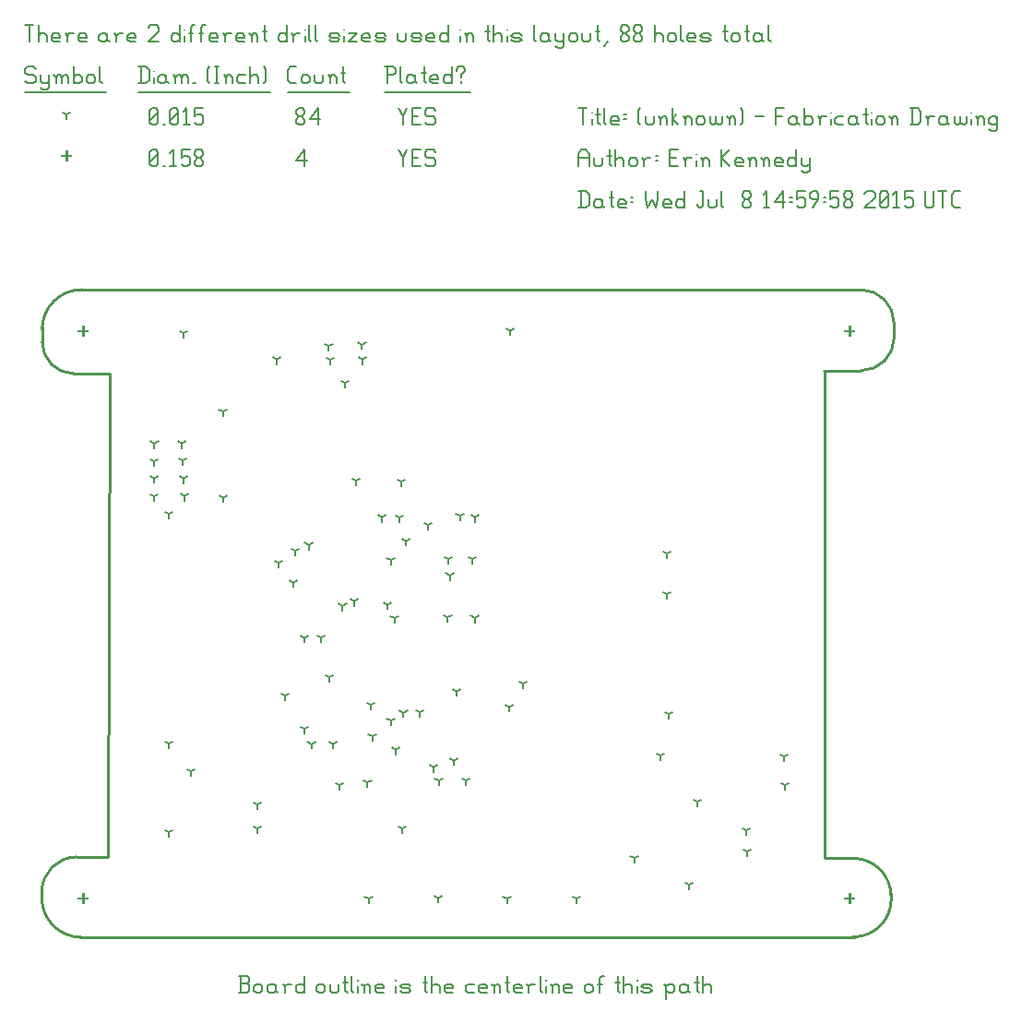
<source format=gbr>
G04 start of page 17 for group -3984 idx -3984 *
G04 Title: (unknown), fab *
G04 Creator: pcb 20140316 *
G04 CreationDate: Wed Jul  8 14:59:58 2015 UTC *
G04 For: frankenteddy *
G04 Format: Gerber/RS-274X *
G04 PCB-Dimensions (mil): 3270.00 2515.00 *
G04 PCB-Coordinate-Origin: lower left *
%MOIN*%
%FSLAX25Y25*%
%LNFAB*%
%ADD90C,0.0100*%
%ADD89C,0.0075*%
%ADD88C,0.0060*%
%ADD87R,0.0080X0.0080*%
G54D87*X21000Y231100D02*Y227900D01*
X19400Y229500D02*X22600D01*
X21000Y26100D02*Y22900D01*
X19400Y24500D02*X22600D01*
X298000Y231100D02*Y227900D01*
X296400Y229500D02*X299600D01*
X298000Y26100D02*Y22900D01*
X296400Y24500D02*X299600D01*
X15000Y294350D02*Y291150D01*
X13400Y292750D02*X16600D01*
G54D88*X135000Y295000D02*X136500Y292000D01*
X138000Y295000D01*
X136500Y292000D02*Y289000D01*
X139800Y292300D02*X142050D01*
X139800Y289000D02*X142800D01*
X139800Y295000D02*Y289000D01*
Y295000D02*X142800D01*
X147600D02*X148350Y294250D01*
X145350Y295000D02*X147600D01*
X144600Y294250D02*X145350Y295000D01*
X144600Y294250D02*Y292750D01*
X145350Y292000D01*
X147600D01*
X148350Y291250D01*
Y289750D01*
X147600Y289000D02*X148350Y289750D01*
X145350Y289000D02*X147600D01*
X144600Y289750D02*X145350Y289000D01*
X98000Y291250D02*X101000Y295000D01*
X98000Y291250D02*X101750D01*
X101000Y295000D02*Y289000D01*
X45000Y289750D02*X45750Y289000D01*
X45000Y294250D02*Y289750D01*
Y294250D02*X45750Y295000D01*
X47250D01*
X48000Y294250D01*
Y289750D01*
X47250Y289000D02*X48000Y289750D01*
X45750Y289000D02*X47250D01*
X45000Y290500D02*X48000Y293500D01*
X49800Y289000D02*X50550D01*
X52350Y293800D02*X53550Y295000D01*
Y289000D01*
X52350D02*X54600D01*
X56400Y295000D02*X59400D01*
X56400D02*Y292000D01*
X57150Y292750D01*
X58650D01*
X59400Y292000D01*
Y289750D01*
X58650Y289000D02*X59400Y289750D01*
X57150Y289000D02*X58650D01*
X56400Y289750D02*X57150Y289000D01*
X61200Y289750D02*X61950Y289000D01*
X61200Y290950D02*Y289750D01*
Y290950D02*X62250Y292000D01*
X63150D01*
X64200Y290950D01*
Y289750D01*
X63450Y289000D02*X64200Y289750D01*
X61950Y289000D02*X63450D01*
X61200Y293050D02*X62250Y292000D01*
X61200Y294250D02*Y293050D01*
Y294250D02*X61950Y295000D01*
X63450D01*
X64200Y294250D01*
Y293050D01*
X63150Y292000D02*X64200Y293050D01*
X175300Y229600D02*Y228000D01*
Y229600D02*X176687Y230400D01*
X175300Y229600D02*X173913Y230400D01*
X57300Y228700D02*Y227100D01*
Y228700D02*X58687Y229500D01*
X57300Y228700D02*X55913Y229500D01*
X115600Y210800D02*Y209200D01*
Y210800D02*X116987Y211600D01*
X115600Y210800D02*X114213Y211600D01*
X162450Y125850D02*Y124250D01*
Y125850D02*X163837Y126650D01*
X162450Y125850D02*X161063Y126650D01*
X152700Y126100D02*Y124500D01*
Y126100D02*X154087Y126900D01*
X152700Y126100D02*X151313Y126900D01*
X97500Y150100D02*Y148500D01*
Y150100D02*X98887Y150900D01*
X97500Y150100D02*X96113Y150900D01*
X135800Y175100D02*Y173500D01*
Y175100D02*X137187Y175900D01*
X135800Y175100D02*X134413Y175900D01*
X153000Y147000D02*Y145400D01*
Y147000D02*X154387Y147800D01*
X153000Y147000D02*X151613Y147800D01*
X161500Y147000D02*Y145400D01*
Y147000D02*X162887Y147800D01*
X161500Y147000D02*X160113Y147800D01*
X274200Y75800D02*Y74200D01*
Y75800D02*X275587Y76600D01*
X274200Y75800D02*X272813Y76600D01*
X232500Y91000D02*Y89400D01*
Y91000D02*X233887Y91800D01*
X232500Y91000D02*X231113Y91800D01*
X240000Y29500D02*Y27900D01*
Y29500D02*X241387Y30300D01*
X240000Y29500D02*X238613Y30300D01*
X52000Y48500D02*Y46900D01*
Y48500D02*X53387Y49300D01*
X52000Y48500D02*X50613Y49300D01*
X52000Y80500D02*Y78900D01*
Y80500D02*X53387Y81300D01*
X52000Y80500D02*X50613Y81300D01*
X52000Y163500D02*Y161900D01*
Y163500D02*X53387Y164300D01*
X52000Y163500D02*X50613Y164300D01*
X232000Y134500D02*Y132900D01*
Y134500D02*X233387Y135300D01*
X232000Y134500D02*X230613Y135300D01*
X232000Y149000D02*Y147400D01*
Y149000D02*X233387Y149800D01*
X232000Y149000D02*X230613Y149800D01*
X174900Y93600D02*Y92000D01*
Y93600D02*X176287Y94400D01*
X174900Y93600D02*X173513Y94400D01*
X180000Y102000D02*Y100400D01*
Y102000D02*X181387Y102800D01*
X180000Y102000D02*X178613Y102800D01*
X154800Y74300D02*Y72700D01*
Y74300D02*X156187Y75100D01*
X154800Y74300D02*X153413Y75100D01*
X155900Y99300D02*Y97700D01*
Y99300D02*X157287Y100100D01*
X155900Y99300D02*X154513Y100100D01*
X229500Y76000D02*Y74400D01*
Y76000D02*X230887Y76800D01*
X229500Y76000D02*X228113Y76800D01*
X125000Y94500D02*Y92900D01*
Y94500D02*X126387Y95300D01*
X125000Y94500D02*X123613Y95300D01*
X103400Y80300D02*Y78700D01*
Y80300D02*X104787Y81100D01*
X103400Y80300D02*X102013Y81100D01*
X220100Y39000D02*Y37400D01*
Y39000D02*X221487Y39800D01*
X220100Y39000D02*X218713Y39800D01*
X261000Y41500D02*Y39900D01*
Y41500D02*X262387Y42300D01*
X261000Y41500D02*X259613Y42300D01*
X109800Y104400D02*Y102800D01*
Y104400D02*X111187Y105200D01*
X109800Y104400D02*X108413Y105200D01*
X100900Y118600D02*Y117000D01*
Y118600D02*X102287Y119400D01*
X100900Y118600D02*X99513Y119400D01*
X107000Y118800D02*Y117200D01*
Y118800D02*X108387Y119600D01*
X107000Y118800D02*X105613Y119600D01*
X130900Y130600D02*Y129000D01*
Y130600D02*X132287Y131400D01*
X130900Y130600D02*X129513Y131400D01*
X133400Y125800D02*Y124200D01*
Y125800D02*X134787Y126600D01*
X133400Y125800D02*X132013Y126600D01*
X93900Y97800D02*Y96200D01*
Y97800D02*X95287Y98600D01*
X93900Y97800D02*X92513Y98600D01*
X135200Y162000D02*Y160400D01*
Y162000D02*X136587Y162800D01*
X135200Y162000D02*X133813Y162800D01*
X101000Y85700D02*Y84100D01*
Y85700D02*X102387Y86500D01*
X101000Y85700D02*X99613Y86500D01*
X128800Y162200D02*Y160600D01*
Y162200D02*X130187Y163000D01*
X128800Y162200D02*X127413Y163000D01*
X102400Y152200D02*Y150600D01*
Y152200D02*X103787Y153000D01*
X102400Y152200D02*X101013Y153000D01*
X83900Y49800D02*Y48200D01*
Y49800D02*X85287Y50600D01*
X83900Y49800D02*X82513Y50600D01*
X91600Y145700D02*Y144100D01*
Y145700D02*X92987Y146500D01*
X91600Y145700D02*X90213Y146500D01*
X83900Y58500D02*Y56900D01*
Y58500D02*X85287Y59300D01*
X83900Y58500D02*X82513Y59300D01*
X132100Y146800D02*Y145200D01*
Y146800D02*X133487Y147600D01*
X132100Y146800D02*X130713Y147600D01*
X137500Y153600D02*Y152000D01*
Y153600D02*X138887Y154400D01*
X137500Y153600D02*X136113Y154400D01*
X242800Y59500D02*Y57900D01*
Y59500D02*X244187Y60300D01*
X242800Y59500D02*X241413Y60300D01*
X260500Y49100D02*Y47500D01*
Y49100D02*X261887Y49900D01*
X260500Y49100D02*X259113Y49900D01*
X162500Y162200D02*Y160600D01*
Y162200D02*X163887Y163000D01*
X162500Y162200D02*X161113Y163000D01*
X56600Y188900D02*Y187300D01*
Y188900D02*X57987Y189700D01*
X56600Y188900D02*X55213Y189700D01*
X46700Y188900D02*Y187300D01*
Y188900D02*X48087Y189700D01*
X46700Y188900D02*X45313Y189700D01*
X46600Y182500D02*Y180900D01*
Y182500D02*X47987Y183300D01*
X46600Y182500D02*X45213Y183300D01*
X57000Y182700D02*Y181100D01*
Y182700D02*X58387Y183500D01*
X57000Y182700D02*X55613Y183500D01*
X157100Y162700D02*Y161100D01*
Y162700D02*X158487Y163500D01*
X157100Y162700D02*X155713Y163500D01*
X114700Y130200D02*Y128600D01*
Y130200D02*X116087Y131000D01*
X114700Y130200D02*X113313Y131000D01*
X46600Y169700D02*Y168100D01*
Y169700D02*X47987Y170500D01*
X46600Y169700D02*X45213Y170500D01*
X46500Y176300D02*Y174700D01*
Y176300D02*X47887Y177100D01*
X46500Y176300D02*X45113Y177100D01*
X57200Y176200D02*Y174600D01*
Y176200D02*X58587Y177000D01*
X57200Y176200D02*X55813Y177000D01*
X57500Y169900D02*Y168300D01*
Y169900D02*X58887Y170700D01*
X57500Y169900D02*X56113Y170700D01*
X119000Y131900D02*Y130300D01*
Y131900D02*X120387Y132700D01*
X119000Y131900D02*X117613Y132700D01*
X136700Y91600D02*Y90000D01*
Y91600D02*X138087Y92400D01*
X136700Y91600D02*X135313Y92400D01*
X132100Y88700D02*Y87100D01*
Y88700D02*X133487Y89500D01*
X132100Y88700D02*X130713Y89500D01*
X149400Y67100D02*Y65500D01*
Y67100D02*X150787Y67900D01*
X149400Y67100D02*X148013Y67900D01*
X147603Y71897D02*Y70297D01*
Y71897D02*X148990Y72697D01*
X147603Y71897D02*X146216Y72697D01*
X142500Y91800D02*Y90200D01*
Y91800D02*X143887Y92600D01*
X142500Y91800D02*X141113Y92600D01*
X123700Y66400D02*Y64800D01*
Y66400D02*X125087Y67200D01*
X123700Y66400D02*X122313Y67200D01*
X111200Y80300D02*Y78700D01*
Y80300D02*X112587Y81100D01*
X111200Y80300D02*X109813Y81100D01*
X125400Y83000D02*Y81400D01*
Y83000D02*X126787Y83800D01*
X125400Y83000D02*X124013Y83800D01*
X133800Y78200D02*Y76600D01*
Y78200D02*X135187Y79000D01*
X133800Y78200D02*X132413Y79000D01*
X159300Y67000D02*Y65400D01*
Y67000D02*X160687Y67800D01*
X159300Y67000D02*X157913Y67800D01*
X274500Y65500D02*Y63900D01*
Y65500D02*X275887Y66300D01*
X274500Y65500D02*X273113Y66300D01*
X119600Y175500D02*Y173900D01*
Y175500D02*X120987Y176300D01*
X119600Y175500D02*X118213Y176300D01*
X136300Y49800D02*Y48200D01*
Y49800D02*X137687Y50600D01*
X136300Y49800D02*X134913Y50600D01*
X113600Y65500D02*Y63900D01*
Y65500D02*X114987Y66300D01*
X113600Y65500D02*X112213Y66300D01*
X97000Y138600D02*Y137000D01*
Y138600D02*X98387Y139400D01*
X97000Y138600D02*X95613Y139400D01*
X199200Y24400D02*Y22800D01*
Y24400D02*X200587Y25200D01*
X199200Y24400D02*X197813Y25200D01*
X149200Y24600D02*Y23000D01*
Y24600D02*X150587Y25400D01*
X149200Y24600D02*X147813Y25400D01*
X124100Y24500D02*Y22900D01*
Y24500D02*X125487Y25300D01*
X124100Y24500D02*X122713Y25300D01*
X174100Y24500D02*Y22900D01*
Y24500D02*X175487Y25300D01*
X174100Y24500D02*X172713Y25300D01*
X145500Y159400D02*Y157800D01*
Y159400D02*X146887Y160200D01*
X145500Y159400D02*X144113Y160200D01*
X121800Y219200D02*Y217600D01*
Y219200D02*X123187Y220000D01*
X121800Y219200D02*X120413Y220000D01*
X110300Y219100D02*Y217500D01*
Y219100D02*X111687Y219900D01*
X110300Y219100D02*X108913Y219900D01*
X90800Y219200D02*Y217600D01*
Y219200D02*X92187Y220000D01*
X90800Y219200D02*X89413Y220000D01*
X59900Y70400D02*Y68800D01*
Y70400D02*X61287Y71200D01*
X59900Y70400D02*X58513Y71200D01*
X153400Y141200D02*Y139600D01*
Y141200D02*X154787Y142000D01*
X153400Y141200D02*X152013Y142000D01*
X121700Y224600D02*Y223000D01*
Y224600D02*X123087Y225400D01*
X121700Y224600D02*X120313Y225400D01*
X109700Y224000D02*Y222400D01*
Y224000D02*X111087Y224800D01*
X109700Y224000D02*X108313Y224800D01*
X71400Y200500D02*Y198900D01*
Y200500D02*X72787Y201300D01*
X71400Y200500D02*X70013Y201300D01*
X71500Y169300D02*Y167700D01*
Y169300D02*X72887Y170100D01*
X71500Y169300D02*X70113Y170100D01*
X15000Y307750D02*Y306150D01*
Y307750D02*X16387Y308550D01*
X15000Y307750D02*X13613Y308550D01*
X135000Y310000D02*X136500Y307000D01*
X138000Y310000D01*
X136500Y307000D02*Y304000D01*
X139800Y307300D02*X142050D01*
X139800Y304000D02*X142800D01*
X139800Y310000D02*Y304000D01*
Y310000D02*X142800D01*
X147600D02*X148350Y309250D01*
X145350Y310000D02*X147600D01*
X144600Y309250D02*X145350Y310000D01*
X144600Y309250D02*Y307750D01*
X145350Y307000D01*
X147600D01*
X148350Y306250D01*
Y304750D01*
X147600Y304000D02*X148350Y304750D01*
X145350Y304000D02*X147600D01*
X144600Y304750D02*X145350Y304000D01*
X98000Y304750D02*X98750Y304000D01*
X98000Y305950D02*Y304750D01*
Y305950D02*X99050Y307000D01*
X99950D01*
X101000Y305950D01*
Y304750D01*
X100250Y304000D02*X101000Y304750D01*
X98750Y304000D02*X100250D01*
X98000Y308050D02*X99050Y307000D01*
X98000Y309250D02*Y308050D01*
Y309250D02*X98750Y310000D01*
X100250D01*
X101000Y309250D01*
Y308050D01*
X99950Y307000D02*X101000Y308050D01*
X102800Y306250D02*X105800Y310000D01*
X102800Y306250D02*X106550D01*
X105800Y310000D02*Y304000D01*
X45000Y304750D02*X45750Y304000D01*
X45000Y309250D02*Y304750D01*
Y309250D02*X45750Y310000D01*
X47250D01*
X48000Y309250D01*
Y304750D01*
X47250Y304000D02*X48000Y304750D01*
X45750Y304000D02*X47250D01*
X45000Y305500D02*X48000Y308500D01*
X49800Y304000D02*X50550D01*
X52350Y304750D02*X53100Y304000D01*
X52350Y309250D02*Y304750D01*
Y309250D02*X53100Y310000D01*
X54600D01*
X55350Y309250D01*
Y304750D01*
X54600Y304000D02*X55350Y304750D01*
X53100Y304000D02*X54600D01*
X52350Y305500D02*X55350Y308500D01*
X57150Y308800D02*X58350Y310000D01*
Y304000D01*
X57150D02*X59400D01*
X61200Y310000D02*X64200D01*
X61200D02*Y307000D01*
X61950Y307750D01*
X63450D01*
X64200Y307000D01*
Y304750D01*
X63450Y304000D02*X64200Y304750D01*
X61950Y304000D02*X63450D01*
X61200Y304750D02*X61950Y304000D01*
X3000Y325000D02*X3750Y324250D01*
X750Y325000D02*X3000D01*
X0Y324250D02*X750Y325000D01*
X0Y324250D02*Y322750D01*
X750Y322000D01*
X3000D01*
X3750Y321250D01*
Y319750D01*
X3000Y319000D02*X3750Y319750D01*
X750Y319000D02*X3000D01*
X0Y319750D02*X750Y319000D01*
X5550Y322000D02*Y319750D01*
X6300Y319000D01*
X8550Y322000D02*Y317500D01*
X7800Y316750D02*X8550Y317500D01*
X6300Y316750D02*X7800D01*
X5550Y317500D02*X6300Y316750D01*
Y319000D02*X7800D01*
X8550Y319750D01*
X11100Y321250D02*Y319000D01*
Y321250D02*X11850Y322000D01*
X12600D01*
X13350Y321250D01*
Y319000D01*
Y321250D02*X14100Y322000D01*
X14850D01*
X15600Y321250D01*
Y319000D01*
X10350Y322000D02*X11100Y321250D01*
X17400Y325000D02*Y319000D01*
Y319750D02*X18150Y319000D01*
X19650D01*
X20400Y319750D01*
Y321250D02*Y319750D01*
X19650Y322000D02*X20400Y321250D01*
X18150Y322000D02*X19650D01*
X17400Y321250D02*X18150Y322000D01*
X22200Y321250D02*Y319750D01*
Y321250D02*X22950Y322000D01*
X24450D01*
X25200Y321250D01*
Y319750D01*
X24450Y319000D02*X25200Y319750D01*
X22950Y319000D02*X24450D01*
X22200Y319750D02*X22950Y319000D01*
X27000Y325000D02*Y319750D01*
X27750Y319000D01*
X0Y315750D02*X29250D01*
X41750Y325000D02*Y319000D01*
X43700Y325000D02*X44750Y323950D01*
Y320050D01*
X43700Y319000D02*X44750Y320050D01*
X41000Y319000D02*X43700D01*
X41000Y325000D02*X43700D01*
G54D89*X46550Y323500D02*Y323350D01*
G54D88*Y321250D02*Y319000D01*
X50300Y322000D02*X51050Y321250D01*
X48800Y322000D02*X50300D01*
X48050Y321250D02*X48800Y322000D01*
X48050Y321250D02*Y319750D01*
X48800Y319000D01*
X51050Y322000D02*Y319750D01*
X51800Y319000D01*
X48800D02*X50300D01*
X51050Y319750D01*
X54350Y321250D02*Y319000D01*
Y321250D02*X55100Y322000D01*
X55850D01*
X56600Y321250D01*
Y319000D01*
Y321250D02*X57350Y322000D01*
X58100D01*
X58850Y321250D01*
Y319000D01*
X53600Y322000D02*X54350Y321250D01*
X60650Y319000D02*X61400D01*
X65900Y319750D02*X66650Y319000D01*
X65900Y324250D02*X66650Y325000D01*
X65900Y324250D02*Y319750D01*
X68450Y325000D02*X69950D01*
X69200D02*Y319000D01*
X68450D02*X69950D01*
X72500Y321250D02*Y319000D01*
Y321250D02*X73250Y322000D01*
X74000D01*
X74750Y321250D01*
Y319000D01*
X71750Y322000D02*X72500Y321250D01*
X77300Y322000D02*X79550D01*
X76550Y321250D02*X77300Y322000D01*
X76550Y321250D02*Y319750D01*
X77300Y319000D01*
X79550D01*
X81350Y325000D02*Y319000D01*
Y321250D02*X82100Y322000D01*
X83600D01*
X84350Y321250D01*
Y319000D01*
X86150Y325000D02*X86900Y324250D01*
Y319750D01*
X86150Y319000D02*X86900Y319750D01*
X41000Y315750D02*X88700D01*
X96050Y319000D02*X98000D01*
X95000Y320050D02*X96050Y319000D01*
X95000Y323950D02*Y320050D01*
Y323950D02*X96050Y325000D01*
X98000D01*
X99800Y321250D02*Y319750D01*
Y321250D02*X100550Y322000D01*
X102050D01*
X102800Y321250D01*
Y319750D01*
X102050Y319000D02*X102800Y319750D01*
X100550Y319000D02*X102050D01*
X99800Y319750D02*X100550Y319000D01*
X104600Y322000D02*Y319750D01*
X105350Y319000D01*
X106850D01*
X107600Y319750D01*
Y322000D02*Y319750D01*
X110150Y321250D02*Y319000D01*
Y321250D02*X110900Y322000D01*
X111650D01*
X112400Y321250D01*
Y319000D01*
X109400Y322000D02*X110150Y321250D01*
X114950Y325000D02*Y319750D01*
X115700Y319000D01*
X114200Y322750D02*X115700D01*
X95000Y315750D02*X117200D01*
X130750Y325000D02*Y319000D01*
X130000Y325000D02*X133000D01*
X133750Y324250D01*
Y322750D01*
X133000Y322000D02*X133750Y322750D01*
X130750Y322000D02*X133000D01*
X135550Y325000D02*Y319750D01*
X136300Y319000D01*
X140050Y322000D02*X140800Y321250D01*
X138550Y322000D02*X140050D01*
X137800Y321250D02*X138550Y322000D01*
X137800Y321250D02*Y319750D01*
X138550Y319000D01*
X140800Y322000D02*Y319750D01*
X141550Y319000D01*
X138550D02*X140050D01*
X140800Y319750D01*
X144100Y325000D02*Y319750D01*
X144850Y319000D01*
X143350Y322750D02*X144850D01*
X147100Y319000D02*X149350D01*
X146350Y319750D02*X147100Y319000D01*
X146350Y321250D02*Y319750D01*
Y321250D02*X147100Y322000D01*
X148600D01*
X149350Y321250D01*
X146350Y320500D02*X149350D01*
Y321250D02*Y320500D01*
X154150Y325000D02*Y319000D01*
X153400D02*X154150Y319750D01*
X151900Y319000D02*X153400D01*
X151150Y319750D02*X151900Y319000D01*
X151150Y321250D02*Y319750D01*
Y321250D02*X151900Y322000D01*
X153400D01*
X154150Y321250D01*
X157450Y322000D02*Y321250D01*
Y319750D02*Y319000D01*
X155950Y324250D02*Y323500D01*
Y324250D02*X156700Y325000D01*
X158200D01*
X158950Y324250D01*
Y323500D01*
X157450Y322000D02*X158950Y323500D01*
X130000Y315750D02*X160750D01*
X0Y340000D02*X3000D01*
X1500D02*Y334000D01*
X4800Y340000D02*Y334000D01*
Y336250D02*X5550Y337000D01*
X7050D01*
X7800Y336250D01*
Y334000D01*
X10350D02*X12600D01*
X9600Y334750D02*X10350Y334000D01*
X9600Y336250D02*Y334750D01*
Y336250D02*X10350Y337000D01*
X11850D01*
X12600Y336250D01*
X9600Y335500D02*X12600D01*
Y336250D02*Y335500D01*
X15150Y336250D02*Y334000D01*
Y336250D02*X15900Y337000D01*
X17400D01*
X14400D02*X15150Y336250D01*
X19950Y334000D02*X22200D01*
X19200Y334750D02*X19950Y334000D01*
X19200Y336250D02*Y334750D01*
Y336250D02*X19950Y337000D01*
X21450D01*
X22200Y336250D01*
X19200Y335500D02*X22200D01*
Y336250D02*Y335500D01*
X28950Y337000D02*X29700Y336250D01*
X27450Y337000D02*X28950D01*
X26700Y336250D02*X27450Y337000D01*
X26700Y336250D02*Y334750D01*
X27450Y334000D01*
X29700Y337000D02*Y334750D01*
X30450Y334000D01*
X27450D02*X28950D01*
X29700Y334750D01*
X33000Y336250D02*Y334000D01*
Y336250D02*X33750Y337000D01*
X35250D01*
X32250D02*X33000Y336250D01*
X37800Y334000D02*X40050D01*
X37050Y334750D02*X37800Y334000D01*
X37050Y336250D02*Y334750D01*
Y336250D02*X37800Y337000D01*
X39300D01*
X40050Y336250D01*
X37050Y335500D02*X40050D01*
Y336250D02*Y335500D01*
X44550Y339250D02*X45300Y340000D01*
X47550D01*
X48300Y339250D01*
Y337750D01*
X44550Y334000D02*X48300Y337750D01*
X44550Y334000D02*X48300D01*
X55800Y340000D02*Y334000D01*
X55050D02*X55800Y334750D01*
X53550Y334000D02*X55050D01*
X52800Y334750D02*X53550Y334000D01*
X52800Y336250D02*Y334750D01*
Y336250D02*X53550Y337000D01*
X55050D01*
X55800Y336250D01*
G54D89*X57600Y338500D02*Y338350D01*
G54D88*Y336250D02*Y334000D01*
X59850Y339250D02*Y334000D01*
Y339250D02*X60600Y340000D01*
X61350D01*
X59100Y337000D02*X60600D01*
X63600Y339250D02*Y334000D01*
Y339250D02*X64350Y340000D01*
X65100D01*
X62850Y337000D02*X64350D01*
X67350Y334000D02*X69600D01*
X66600Y334750D02*X67350Y334000D01*
X66600Y336250D02*Y334750D01*
Y336250D02*X67350Y337000D01*
X68850D01*
X69600Y336250D01*
X66600Y335500D02*X69600D01*
Y336250D02*Y335500D01*
X72150Y336250D02*Y334000D01*
Y336250D02*X72900Y337000D01*
X74400D01*
X71400D02*X72150Y336250D01*
X76950Y334000D02*X79200D01*
X76200Y334750D02*X76950Y334000D01*
X76200Y336250D02*Y334750D01*
Y336250D02*X76950Y337000D01*
X78450D01*
X79200Y336250D01*
X76200Y335500D02*X79200D01*
Y336250D02*Y335500D01*
X81750Y336250D02*Y334000D01*
Y336250D02*X82500Y337000D01*
X83250D01*
X84000Y336250D01*
Y334000D01*
X81000Y337000D02*X81750Y336250D01*
X86550Y340000D02*Y334750D01*
X87300Y334000D01*
X85800Y337750D02*X87300D01*
X94500Y340000D02*Y334000D01*
X93750D02*X94500Y334750D01*
X92250Y334000D02*X93750D01*
X91500Y334750D02*X92250Y334000D01*
X91500Y336250D02*Y334750D01*
Y336250D02*X92250Y337000D01*
X93750D01*
X94500Y336250D01*
X97050D02*Y334000D01*
Y336250D02*X97800Y337000D01*
X99300D01*
X96300D02*X97050Y336250D01*
G54D89*X101100Y338500D02*Y338350D01*
G54D88*Y336250D02*Y334000D01*
X102600Y340000D02*Y334750D01*
X103350Y334000D01*
X104850Y340000D02*Y334750D01*
X105600Y334000D01*
X110550D02*X112800D01*
X113550Y334750D01*
X112800Y335500D02*X113550Y334750D01*
X110550Y335500D02*X112800D01*
X109800Y336250D02*X110550Y335500D01*
X109800Y336250D02*X110550Y337000D01*
X112800D01*
X113550Y336250D01*
X109800Y334750D02*X110550Y334000D01*
G54D89*X115350Y338500D02*Y338350D01*
G54D88*Y336250D02*Y334000D01*
X116850Y337000D02*X119850D01*
X116850Y334000D02*X119850Y337000D01*
X116850Y334000D02*X119850D01*
X122400D02*X124650D01*
X121650Y334750D02*X122400Y334000D01*
X121650Y336250D02*Y334750D01*
Y336250D02*X122400Y337000D01*
X123900D01*
X124650Y336250D01*
X121650Y335500D02*X124650D01*
Y336250D02*Y335500D01*
X127200Y334000D02*X129450D01*
X130200Y334750D01*
X129450Y335500D02*X130200Y334750D01*
X127200Y335500D02*X129450D01*
X126450Y336250D02*X127200Y335500D01*
X126450Y336250D02*X127200Y337000D01*
X129450D01*
X130200Y336250D01*
X126450Y334750D02*X127200Y334000D01*
X134700Y337000D02*Y334750D01*
X135450Y334000D01*
X136950D01*
X137700Y334750D01*
Y337000D02*Y334750D01*
X140250Y334000D02*X142500D01*
X143250Y334750D01*
X142500Y335500D02*X143250Y334750D01*
X140250Y335500D02*X142500D01*
X139500Y336250D02*X140250Y335500D01*
X139500Y336250D02*X140250Y337000D01*
X142500D01*
X143250Y336250D01*
X139500Y334750D02*X140250Y334000D01*
X145800D02*X148050D01*
X145050Y334750D02*X145800Y334000D01*
X145050Y336250D02*Y334750D01*
Y336250D02*X145800Y337000D01*
X147300D01*
X148050Y336250D01*
X145050Y335500D02*X148050D01*
Y336250D02*Y335500D01*
X152850Y340000D02*Y334000D01*
X152100D02*X152850Y334750D01*
X150600Y334000D02*X152100D01*
X149850Y334750D02*X150600Y334000D01*
X149850Y336250D02*Y334750D01*
Y336250D02*X150600Y337000D01*
X152100D01*
X152850Y336250D01*
G54D89*X157350Y338500D02*Y338350D01*
G54D88*Y336250D02*Y334000D01*
X159600Y336250D02*Y334000D01*
Y336250D02*X160350Y337000D01*
X161100D01*
X161850Y336250D01*
Y334000D01*
X158850Y337000D02*X159600Y336250D01*
X167100Y340000D02*Y334750D01*
X167850Y334000D01*
X166350Y337750D02*X167850D01*
X169350Y340000D02*Y334000D01*
Y336250D02*X170100Y337000D01*
X171600D01*
X172350Y336250D01*
Y334000D01*
G54D89*X174150Y338500D02*Y338350D01*
G54D88*Y336250D02*Y334000D01*
X176400D02*X178650D01*
X179400Y334750D01*
X178650Y335500D02*X179400Y334750D01*
X176400Y335500D02*X178650D01*
X175650Y336250D02*X176400Y335500D01*
X175650Y336250D02*X176400Y337000D01*
X178650D01*
X179400Y336250D01*
X175650Y334750D02*X176400Y334000D01*
X183900Y340000D02*Y334750D01*
X184650Y334000D01*
X188400Y337000D02*X189150Y336250D01*
X186900Y337000D02*X188400D01*
X186150Y336250D02*X186900Y337000D01*
X186150Y336250D02*Y334750D01*
X186900Y334000D01*
X189150Y337000D02*Y334750D01*
X189900Y334000D01*
X186900D02*X188400D01*
X189150Y334750D01*
X191700Y337000D02*Y334750D01*
X192450Y334000D01*
X194700Y337000D02*Y332500D01*
X193950Y331750D02*X194700Y332500D01*
X192450Y331750D02*X193950D01*
X191700Y332500D02*X192450Y331750D01*
Y334000D02*X193950D01*
X194700Y334750D01*
X196500Y336250D02*Y334750D01*
Y336250D02*X197250Y337000D01*
X198750D01*
X199500Y336250D01*
Y334750D01*
X198750Y334000D02*X199500Y334750D01*
X197250Y334000D02*X198750D01*
X196500Y334750D02*X197250Y334000D01*
X201300Y337000D02*Y334750D01*
X202050Y334000D01*
X203550D01*
X204300Y334750D01*
Y337000D02*Y334750D01*
X206850Y340000D02*Y334750D01*
X207600Y334000D01*
X206100Y337750D02*X207600D01*
X209100Y332500D02*X210600Y334000D01*
X215100Y334750D02*X215850Y334000D01*
X215100Y335950D02*Y334750D01*
Y335950D02*X216150Y337000D01*
X217050D01*
X218100Y335950D01*
Y334750D01*
X217350Y334000D02*X218100Y334750D01*
X215850Y334000D02*X217350D01*
X215100Y338050D02*X216150Y337000D01*
X215100Y339250D02*Y338050D01*
Y339250D02*X215850Y340000D01*
X217350D01*
X218100Y339250D01*
Y338050D01*
X217050Y337000D02*X218100Y338050D01*
X219900Y334750D02*X220650Y334000D01*
X219900Y335950D02*Y334750D01*
Y335950D02*X220950Y337000D01*
X221850D01*
X222900Y335950D01*
Y334750D01*
X222150Y334000D02*X222900Y334750D01*
X220650Y334000D02*X222150D01*
X219900Y338050D02*X220950Y337000D01*
X219900Y339250D02*Y338050D01*
Y339250D02*X220650Y340000D01*
X222150D01*
X222900Y339250D01*
Y338050D01*
X221850Y337000D02*X222900Y338050D01*
X227400Y340000D02*Y334000D01*
Y336250D02*X228150Y337000D01*
X229650D01*
X230400Y336250D01*
Y334000D01*
X232200Y336250D02*Y334750D01*
Y336250D02*X232950Y337000D01*
X234450D01*
X235200Y336250D01*
Y334750D01*
X234450Y334000D02*X235200Y334750D01*
X232950Y334000D02*X234450D01*
X232200Y334750D02*X232950Y334000D01*
X237000Y340000D02*Y334750D01*
X237750Y334000D01*
X240000D02*X242250D01*
X239250Y334750D02*X240000Y334000D01*
X239250Y336250D02*Y334750D01*
Y336250D02*X240000Y337000D01*
X241500D01*
X242250Y336250D01*
X239250Y335500D02*X242250D01*
Y336250D02*Y335500D01*
X244800Y334000D02*X247050D01*
X247800Y334750D01*
X247050Y335500D02*X247800Y334750D01*
X244800Y335500D02*X247050D01*
X244050Y336250D02*X244800Y335500D01*
X244050Y336250D02*X244800Y337000D01*
X247050D01*
X247800Y336250D01*
X244050Y334750D02*X244800Y334000D01*
X253050Y340000D02*Y334750D01*
X253800Y334000D01*
X252300Y337750D02*X253800D01*
X255300Y336250D02*Y334750D01*
Y336250D02*X256050Y337000D01*
X257550D01*
X258300Y336250D01*
Y334750D01*
X257550Y334000D02*X258300Y334750D01*
X256050Y334000D02*X257550D01*
X255300Y334750D02*X256050Y334000D01*
X260850Y340000D02*Y334750D01*
X261600Y334000D01*
X260100Y337750D02*X261600D01*
X265350Y337000D02*X266100Y336250D01*
X263850Y337000D02*X265350D01*
X263100Y336250D02*X263850Y337000D01*
X263100Y336250D02*Y334750D01*
X263850Y334000D01*
X266100Y337000D02*Y334750D01*
X266850Y334000D01*
X263850D02*X265350D01*
X266100Y334750D01*
X268650Y340000D02*Y334750D01*
X269400Y334000D01*
G54D90*X20000Y244500D02*X302500D01*
X300000Y10500D02*X19500D01*
X30000Y39500D02*X30400Y214100D01*
X18500Y39500D02*X30000D01*
X30400Y214100D02*X17200D01*
X6000Y27000D02*Y24500D01*
X6100Y231000D02*Y225500D01*
X314000Y232500D02*Y227000D01*
X313000Y24000D02*Y26500D01*
X289000Y39102D02*Y215100D01*
X301900D02*X288700D01*
X299500Y39000D02*X289200Y39100D01*
X20500Y244500D02*G75*G03X6100Y230100I0J-14400D01*G01*
X17700Y214100D02*G75*G02X6100Y225700I0J11600D01*G01*
X301900Y244500D02*G75*G02X314000Y232400I0J-12100D01*G01*
X314100Y227300D02*G75*G02X302000Y215200I-12100J0D01*G01*
X299300Y39000D02*G75*G02X312900Y25400I0J-13600D01*G01*
X313000Y24300D02*G75*G02X299300Y10600I-13700J0D01*G01*
X18600Y39500D02*G75*G03X6000Y26900I0J-12600D01*G01*
Y24700D02*G75*G03X20200Y10500I14200J0D01*G01*
G54D88*X77175Y-9500D02*X80175D01*
X80925Y-8750D01*
Y-6950D02*Y-8750D01*
X80175Y-6200D02*X80925Y-6950D01*
X77925Y-6200D02*X80175D01*
X77925Y-3500D02*Y-9500D01*
X77175Y-3500D02*X80175D01*
X80925Y-4250D01*
Y-5450D01*
X80175Y-6200D02*X80925Y-5450D01*
X82725Y-7250D02*Y-8750D01*
Y-7250D02*X83475Y-6500D01*
X84975D01*
X85725Y-7250D01*
Y-8750D01*
X84975Y-9500D02*X85725Y-8750D01*
X83475Y-9500D02*X84975D01*
X82725Y-8750D02*X83475Y-9500D01*
X89775Y-6500D02*X90525Y-7250D01*
X88275Y-6500D02*X89775D01*
X87525Y-7250D02*X88275Y-6500D01*
X87525Y-7250D02*Y-8750D01*
X88275Y-9500D01*
X90525Y-6500D02*Y-8750D01*
X91275Y-9500D01*
X88275D02*X89775D01*
X90525Y-8750D01*
X93825Y-7250D02*Y-9500D01*
Y-7250D02*X94575Y-6500D01*
X96075D01*
X93075D02*X93825Y-7250D01*
X100875Y-3500D02*Y-9500D01*
X100125D02*X100875Y-8750D01*
X98625Y-9500D02*X100125D01*
X97875Y-8750D02*X98625Y-9500D01*
X97875Y-7250D02*Y-8750D01*
Y-7250D02*X98625Y-6500D01*
X100125D01*
X100875Y-7250D01*
X105375D02*Y-8750D01*
Y-7250D02*X106125Y-6500D01*
X107625D01*
X108375Y-7250D01*
Y-8750D01*
X107625Y-9500D02*X108375Y-8750D01*
X106125Y-9500D02*X107625D01*
X105375Y-8750D02*X106125Y-9500D01*
X110175Y-6500D02*Y-8750D01*
X110925Y-9500D01*
X112425D01*
X113175Y-8750D01*
Y-6500D02*Y-8750D01*
X115725Y-3500D02*Y-8750D01*
X116475Y-9500D01*
X114975Y-5750D02*X116475D01*
X117975Y-3500D02*Y-8750D01*
X118725Y-9500D01*
G54D89*X120225Y-5000D02*Y-5150D01*
G54D88*Y-7250D02*Y-9500D01*
X122475Y-7250D02*Y-9500D01*
Y-7250D02*X123225Y-6500D01*
X123975D01*
X124725Y-7250D01*
Y-9500D01*
X121725Y-6500D02*X122475Y-7250D01*
X127275Y-9500D02*X129525D01*
X126525Y-8750D02*X127275Y-9500D01*
X126525Y-7250D02*Y-8750D01*
Y-7250D02*X127275Y-6500D01*
X128775D01*
X129525Y-7250D01*
X126525Y-8000D02*X129525D01*
Y-7250D02*Y-8000D01*
G54D89*X134025Y-5000D02*Y-5150D01*
G54D88*Y-7250D02*Y-9500D01*
X136275D02*X138525D01*
X139275Y-8750D01*
X138525Y-8000D02*X139275Y-8750D01*
X136275Y-8000D02*X138525D01*
X135525Y-7250D02*X136275Y-8000D01*
X135525Y-7250D02*X136275Y-6500D01*
X138525D01*
X139275Y-7250D01*
X135525Y-8750D02*X136275Y-9500D01*
X144525Y-3500D02*Y-8750D01*
X145275Y-9500D01*
X143775Y-5750D02*X145275D01*
X146775Y-3500D02*Y-9500D01*
Y-7250D02*X147525Y-6500D01*
X149025D01*
X149775Y-7250D01*
Y-9500D01*
X152325D02*X154575D01*
X151575Y-8750D02*X152325Y-9500D01*
X151575Y-7250D02*Y-8750D01*
Y-7250D02*X152325Y-6500D01*
X153825D01*
X154575Y-7250D01*
X151575Y-8000D02*X154575D01*
Y-7250D02*Y-8000D01*
X159825Y-6500D02*X162075D01*
X159075Y-7250D02*X159825Y-6500D01*
X159075Y-7250D02*Y-8750D01*
X159825Y-9500D01*
X162075D01*
X164625D02*X166875D01*
X163875Y-8750D02*X164625Y-9500D01*
X163875Y-7250D02*Y-8750D01*
Y-7250D02*X164625Y-6500D01*
X166125D01*
X166875Y-7250D01*
X163875Y-8000D02*X166875D01*
Y-7250D02*Y-8000D01*
X169425Y-7250D02*Y-9500D01*
Y-7250D02*X170175Y-6500D01*
X170925D01*
X171675Y-7250D01*
Y-9500D01*
X168675Y-6500D02*X169425Y-7250D01*
X174225Y-3500D02*Y-8750D01*
X174975Y-9500D01*
X173475Y-5750D02*X174975D01*
X177225Y-9500D02*X179475D01*
X176475Y-8750D02*X177225Y-9500D01*
X176475Y-7250D02*Y-8750D01*
Y-7250D02*X177225Y-6500D01*
X178725D01*
X179475Y-7250D01*
X176475Y-8000D02*X179475D01*
Y-7250D02*Y-8000D01*
X182025Y-7250D02*Y-9500D01*
Y-7250D02*X182775Y-6500D01*
X184275D01*
X181275D02*X182025Y-7250D01*
X186075Y-3500D02*Y-8750D01*
X186825Y-9500D01*
G54D89*X188325Y-5000D02*Y-5150D01*
G54D88*Y-7250D02*Y-9500D01*
X190575Y-7250D02*Y-9500D01*
Y-7250D02*X191325Y-6500D01*
X192075D01*
X192825Y-7250D01*
Y-9500D01*
X189825Y-6500D02*X190575Y-7250D01*
X195375Y-9500D02*X197625D01*
X194625Y-8750D02*X195375Y-9500D01*
X194625Y-7250D02*Y-8750D01*
Y-7250D02*X195375Y-6500D01*
X196875D01*
X197625Y-7250D01*
X194625Y-8000D02*X197625D01*
Y-7250D02*Y-8000D01*
X202125Y-7250D02*Y-8750D01*
Y-7250D02*X202875Y-6500D01*
X204375D01*
X205125Y-7250D01*
Y-8750D01*
X204375Y-9500D02*X205125Y-8750D01*
X202875Y-9500D02*X204375D01*
X202125Y-8750D02*X202875Y-9500D01*
X207675Y-4250D02*Y-9500D01*
Y-4250D02*X208425Y-3500D01*
X209175D01*
X206925Y-6500D02*X208425D01*
X214125Y-3500D02*Y-8750D01*
X214875Y-9500D01*
X213375Y-5750D02*X214875D01*
X216375Y-3500D02*Y-9500D01*
Y-7250D02*X217125Y-6500D01*
X218625D01*
X219375Y-7250D01*
Y-9500D01*
G54D89*X221175Y-5000D02*Y-5150D01*
G54D88*Y-7250D02*Y-9500D01*
X223425D02*X225675D01*
X226425Y-8750D01*
X225675Y-8000D02*X226425Y-8750D01*
X223425Y-8000D02*X225675D01*
X222675Y-7250D02*X223425Y-8000D01*
X222675Y-7250D02*X223425Y-6500D01*
X225675D01*
X226425Y-7250D01*
X222675Y-8750D02*X223425Y-9500D01*
X231675Y-7250D02*Y-11750D01*
X230925Y-6500D02*X231675Y-7250D01*
X232425Y-6500D01*
X233925D01*
X234675Y-7250D01*
Y-8750D01*
X233925Y-9500D02*X234675Y-8750D01*
X232425Y-9500D02*X233925D01*
X231675Y-8750D02*X232425Y-9500D01*
X238725Y-6500D02*X239475Y-7250D01*
X237225Y-6500D02*X238725D01*
X236475Y-7250D02*X237225Y-6500D01*
X236475Y-7250D02*Y-8750D01*
X237225Y-9500D01*
X239475Y-6500D02*Y-8750D01*
X240225Y-9500D01*
X237225D02*X238725D01*
X239475Y-8750D01*
X242775Y-3500D02*Y-8750D01*
X243525Y-9500D01*
X242025Y-5750D02*X243525D01*
X245025Y-3500D02*Y-9500D01*
Y-7250D02*X245775Y-6500D01*
X247275D01*
X248025Y-7250D01*
Y-9500D01*
X200750Y280000D02*Y274000D01*
X202700Y280000D02*X203750Y278950D01*
Y275050D01*
X202700Y274000D02*X203750Y275050D01*
X200000Y274000D02*X202700D01*
X200000Y280000D02*X202700D01*
X207800Y277000D02*X208550Y276250D01*
X206300Y277000D02*X207800D01*
X205550Y276250D02*X206300Y277000D01*
X205550Y276250D02*Y274750D01*
X206300Y274000D01*
X208550Y277000D02*Y274750D01*
X209300Y274000D01*
X206300D02*X207800D01*
X208550Y274750D01*
X211850Y280000D02*Y274750D01*
X212600Y274000D01*
X211100Y277750D02*X212600D01*
X214850Y274000D02*X217100D01*
X214100Y274750D02*X214850Y274000D01*
X214100Y276250D02*Y274750D01*
Y276250D02*X214850Y277000D01*
X216350D01*
X217100Y276250D01*
X214100Y275500D02*X217100D01*
Y276250D02*Y275500D01*
X218900Y277750D02*X219650D01*
X218900Y276250D02*X219650D01*
X224150Y280000D02*Y277000D01*
X224900Y274000D01*
X226400Y277000D01*
X227900Y274000D01*
X228650Y277000D01*
Y280000D02*Y277000D01*
X231200Y274000D02*X233450D01*
X230450Y274750D02*X231200Y274000D01*
X230450Y276250D02*Y274750D01*
Y276250D02*X231200Y277000D01*
X232700D01*
X233450Y276250D01*
X230450Y275500D02*X233450D01*
Y276250D02*Y275500D01*
X238250Y280000D02*Y274000D01*
X237500D02*X238250Y274750D01*
X236000Y274000D02*X237500D01*
X235250Y274750D02*X236000Y274000D01*
X235250Y276250D02*Y274750D01*
Y276250D02*X236000Y277000D01*
X237500D01*
X238250Y276250D01*
X243800Y280000D02*X245000D01*
Y274750D01*
X244250Y274000D02*X245000Y274750D01*
X243500Y274000D02*X244250D01*
X242750Y274750D02*X243500Y274000D01*
X242750Y275500D02*Y274750D01*
X246800Y277000D02*Y274750D01*
X247550Y274000D01*
X249050D01*
X249800Y274750D01*
Y277000D02*Y274750D01*
X251600Y280000D02*Y274750D01*
X252350Y274000D01*
X259250Y274750D02*X260000Y274000D01*
X259250Y275950D02*Y274750D01*
Y275950D02*X260300Y277000D01*
X261200D01*
X262250Y275950D01*
Y274750D01*
X261500Y274000D02*X262250Y274750D01*
X260000Y274000D02*X261500D01*
X259250Y278050D02*X260300Y277000D01*
X259250Y279250D02*Y278050D01*
Y279250D02*X260000Y280000D01*
X261500D01*
X262250Y279250D01*
Y278050D01*
X261200Y277000D02*X262250Y278050D01*
X266750Y278800D02*X267950Y280000D01*
Y274000D01*
X266750D02*X269000D01*
X270800Y276250D02*X273800Y280000D01*
X270800Y276250D02*X274550D01*
X273800Y280000D02*Y274000D01*
X276350Y277750D02*X277100D01*
X276350Y276250D02*X277100D01*
X278900Y280000D02*X281900D01*
X278900D02*Y277000D01*
X279650Y277750D01*
X281150D01*
X281900Y277000D01*
Y274750D01*
X281150Y274000D02*X281900Y274750D01*
X279650Y274000D02*X281150D01*
X278900Y274750D02*X279650Y274000D01*
X284450D02*X286700Y277000D01*
Y279250D02*Y277000D01*
X285950Y280000D02*X286700Y279250D01*
X284450Y280000D02*X285950D01*
X283700Y279250D02*X284450Y280000D01*
X283700Y279250D02*Y277750D01*
X284450Y277000D01*
X286700D01*
X288500Y277750D02*X289250D01*
X288500Y276250D02*X289250D01*
X291050Y280000D02*X294050D01*
X291050D02*Y277000D01*
X291800Y277750D01*
X293300D01*
X294050Y277000D01*
Y274750D01*
X293300Y274000D02*X294050Y274750D01*
X291800Y274000D02*X293300D01*
X291050Y274750D02*X291800Y274000D01*
X295850Y274750D02*X296600Y274000D01*
X295850Y275950D02*Y274750D01*
Y275950D02*X296900Y277000D01*
X297800D01*
X298850Y275950D01*
Y274750D01*
X298100Y274000D02*X298850Y274750D01*
X296600Y274000D02*X298100D01*
X295850Y278050D02*X296900Y277000D01*
X295850Y279250D02*Y278050D01*
Y279250D02*X296600Y280000D01*
X298100D01*
X298850Y279250D01*
Y278050D01*
X297800Y277000D02*X298850Y278050D01*
X303350Y279250D02*X304100Y280000D01*
X306350D01*
X307100Y279250D01*
Y277750D01*
X303350Y274000D02*X307100Y277750D01*
X303350Y274000D02*X307100D01*
X308900Y274750D02*X309650Y274000D01*
X308900Y279250D02*Y274750D01*
Y279250D02*X309650Y280000D01*
X311150D01*
X311900Y279250D01*
Y274750D01*
X311150Y274000D02*X311900Y274750D01*
X309650Y274000D02*X311150D01*
X308900Y275500D02*X311900Y278500D01*
X313700Y278800D02*X314900Y280000D01*
Y274000D01*
X313700D02*X315950D01*
X317750Y280000D02*X320750D01*
X317750D02*Y277000D01*
X318500Y277750D01*
X320000D01*
X320750Y277000D01*
Y274750D01*
X320000Y274000D02*X320750Y274750D01*
X318500Y274000D02*X320000D01*
X317750Y274750D02*X318500Y274000D01*
X325250Y280000D02*Y274750D01*
X326000Y274000D01*
X327500D01*
X328250Y274750D01*
Y280000D02*Y274750D01*
X330050Y280000D02*X333050D01*
X331550D02*Y274000D01*
X335900D02*X337850D01*
X334850Y275050D02*X335900Y274000D01*
X334850Y278950D02*Y275050D01*
Y278950D02*X335900Y280000D01*
X337850D01*
X200000Y293500D02*Y289000D01*
Y293500D02*X201050Y295000D01*
X202700D01*
X203750Y293500D01*
Y289000D01*
X200000Y292000D02*X203750D01*
X205550D02*Y289750D01*
X206300Y289000D01*
X207800D01*
X208550Y289750D01*
Y292000D02*Y289750D01*
X211100Y295000D02*Y289750D01*
X211850Y289000D01*
X210350Y292750D02*X211850D01*
X213350Y295000D02*Y289000D01*
Y291250D02*X214100Y292000D01*
X215600D01*
X216350Y291250D01*
Y289000D01*
X218150Y291250D02*Y289750D01*
Y291250D02*X218900Y292000D01*
X220400D01*
X221150Y291250D01*
Y289750D01*
X220400Y289000D02*X221150Y289750D01*
X218900Y289000D02*X220400D01*
X218150Y289750D02*X218900Y289000D01*
X223700Y291250D02*Y289000D01*
Y291250D02*X224450Y292000D01*
X225950D01*
X222950D02*X223700Y291250D01*
X227750Y292750D02*X228500D01*
X227750Y291250D02*X228500D01*
X233000Y292300D02*X235250D01*
X233000Y289000D02*X236000D01*
X233000Y295000D02*Y289000D01*
Y295000D02*X236000D01*
X238550Y291250D02*Y289000D01*
Y291250D02*X239300Y292000D01*
X240800D01*
X237800D02*X238550Y291250D01*
G54D89*X242600Y293500D02*Y293350D01*
G54D88*Y291250D02*Y289000D01*
X244850Y291250D02*Y289000D01*
Y291250D02*X245600Y292000D01*
X246350D01*
X247100Y291250D01*
Y289000D01*
X244100Y292000D02*X244850Y291250D01*
X251600Y295000D02*Y289000D01*
Y292000D02*X254600Y295000D01*
X251600Y292000D02*X254600Y289000D01*
X257150D02*X259400D01*
X256400Y289750D02*X257150Y289000D01*
X256400Y291250D02*Y289750D01*
Y291250D02*X257150Y292000D01*
X258650D01*
X259400Y291250D01*
X256400Y290500D02*X259400D01*
Y291250D02*Y290500D01*
X261950Y291250D02*Y289000D01*
Y291250D02*X262700Y292000D01*
X263450D01*
X264200Y291250D01*
Y289000D01*
X261200Y292000D02*X261950Y291250D01*
X266750D02*Y289000D01*
Y291250D02*X267500Y292000D01*
X268250D01*
X269000Y291250D01*
Y289000D01*
X266000Y292000D02*X266750Y291250D01*
X271550Y289000D02*X273800D01*
X270800Y289750D02*X271550Y289000D01*
X270800Y291250D02*Y289750D01*
Y291250D02*X271550Y292000D01*
X273050D01*
X273800Y291250D01*
X270800Y290500D02*X273800D01*
Y291250D02*Y290500D01*
X278600Y295000D02*Y289000D01*
X277850D02*X278600Y289750D01*
X276350Y289000D02*X277850D01*
X275600Y289750D02*X276350Y289000D01*
X275600Y291250D02*Y289750D01*
Y291250D02*X276350Y292000D01*
X277850D01*
X278600Y291250D01*
X280400Y292000D02*Y289750D01*
X281150Y289000D01*
X283400Y292000D02*Y287500D01*
X282650Y286750D02*X283400Y287500D01*
X281150Y286750D02*X282650D01*
X280400Y287500D02*X281150Y286750D01*
Y289000D02*X282650D01*
X283400Y289750D01*
X200000Y310000D02*X203000D01*
X201500D02*Y304000D01*
G54D89*X204800Y308500D02*Y308350D01*
G54D88*Y306250D02*Y304000D01*
X207050Y310000D02*Y304750D01*
X207800Y304000D01*
X206300Y307750D02*X207800D01*
X209300Y310000D02*Y304750D01*
X210050Y304000D01*
X212300D02*X214550D01*
X211550Y304750D02*X212300Y304000D01*
X211550Y306250D02*Y304750D01*
Y306250D02*X212300Y307000D01*
X213800D01*
X214550Y306250D01*
X211550Y305500D02*X214550D01*
Y306250D02*Y305500D01*
X216350Y307750D02*X217100D01*
X216350Y306250D02*X217100D01*
X221600Y304750D02*X222350Y304000D01*
X221600Y309250D02*X222350Y310000D01*
X221600Y309250D02*Y304750D01*
X224150Y307000D02*Y304750D01*
X224900Y304000D01*
X226400D01*
X227150Y304750D01*
Y307000D02*Y304750D01*
X229700Y306250D02*Y304000D01*
Y306250D02*X230450Y307000D01*
X231200D01*
X231950Y306250D01*
Y304000D01*
X228950Y307000D02*X229700Y306250D01*
X233750Y310000D02*Y304000D01*
Y306250D02*X236000Y304000D01*
X233750Y306250D02*X235250Y307750D01*
X238550Y306250D02*Y304000D01*
Y306250D02*X239300Y307000D01*
X240050D01*
X240800Y306250D01*
Y304000D01*
X237800Y307000D02*X238550Y306250D01*
X242600D02*Y304750D01*
Y306250D02*X243350Y307000D01*
X244850D01*
X245600Y306250D01*
Y304750D01*
X244850Y304000D02*X245600Y304750D01*
X243350Y304000D02*X244850D01*
X242600Y304750D02*X243350Y304000D01*
X247400Y307000D02*Y304750D01*
X248150Y304000D01*
X248900D01*
X249650Y304750D01*
Y307000D02*Y304750D01*
X250400Y304000D01*
X251150D01*
X251900Y304750D01*
Y307000D02*Y304750D01*
X254450Y306250D02*Y304000D01*
Y306250D02*X255200Y307000D01*
X255950D01*
X256700Y306250D01*
Y304000D01*
X253700Y307000D02*X254450Y306250D01*
X258500Y310000D02*X259250Y309250D01*
Y304750D01*
X258500Y304000D02*X259250Y304750D01*
X263750Y307000D02*X266750D01*
X271250Y310000D02*Y304000D01*
Y310000D02*X274250D01*
X271250Y307300D02*X273500D01*
X278300Y307000D02*X279050Y306250D01*
X276800Y307000D02*X278300D01*
X276050Y306250D02*X276800Y307000D01*
X276050Y306250D02*Y304750D01*
X276800Y304000D01*
X279050Y307000D02*Y304750D01*
X279800Y304000D01*
X276800D02*X278300D01*
X279050Y304750D01*
X281600Y310000D02*Y304000D01*
Y304750D02*X282350Y304000D01*
X283850D01*
X284600Y304750D01*
Y306250D02*Y304750D01*
X283850Y307000D02*X284600Y306250D01*
X282350Y307000D02*X283850D01*
X281600Y306250D02*X282350Y307000D01*
X287150Y306250D02*Y304000D01*
Y306250D02*X287900Y307000D01*
X289400D01*
X286400D02*X287150Y306250D01*
G54D89*X291200Y308500D02*Y308350D01*
G54D88*Y306250D02*Y304000D01*
X293450Y307000D02*X295700D01*
X292700Y306250D02*X293450Y307000D01*
X292700Y306250D02*Y304750D01*
X293450Y304000D01*
X295700D01*
X299750Y307000D02*X300500Y306250D01*
X298250Y307000D02*X299750D01*
X297500Y306250D02*X298250Y307000D01*
X297500Y306250D02*Y304750D01*
X298250Y304000D01*
X300500Y307000D02*Y304750D01*
X301250Y304000D01*
X298250D02*X299750D01*
X300500Y304750D01*
X303800Y310000D02*Y304750D01*
X304550Y304000D01*
X303050Y307750D02*X304550D01*
G54D89*X306050Y308500D02*Y308350D01*
G54D88*Y306250D02*Y304000D01*
X307550Y306250D02*Y304750D01*
Y306250D02*X308300Y307000D01*
X309800D01*
X310550Y306250D01*
Y304750D01*
X309800Y304000D02*X310550Y304750D01*
X308300Y304000D02*X309800D01*
X307550Y304750D02*X308300Y304000D01*
X313100Y306250D02*Y304000D01*
Y306250D02*X313850Y307000D01*
X314600D01*
X315350Y306250D01*
Y304000D01*
X312350Y307000D02*X313100Y306250D01*
X320600Y310000D02*Y304000D01*
X322550Y310000D02*X323600Y308950D01*
Y305050D01*
X322550Y304000D02*X323600Y305050D01*
X319850Y304000D02*X322550D01*
X319850Y310000D02*X322550D01*
X326150Y306250D02*Y304000D01*
Y306250D02*X326900Y307000D01*
X328400D01*
X325400D02*X326150Y306250D01*
X332450Y307000D02*X333200Y306250D01*
X330950Y307000D02*X332450D01*
X330200Y306250D02*X330950Y307000D01*
X330200Y306250D02*Y304750D01*
X330950Y304000D01*
X333200Y307000D02*Y304750D01*
X333950Y304000D01*
X330950D02*X332450D01*
X333200Y304750D01*
X335750Y307000D02*Y304750D01*
X336500Y304000D01*
X337250D01*
X338000Y304750D01*
Y307000D02*Y304750D01*
X338750Y304000D01*
X339500D01*
X340250Y304750D01*
Y307000D02*Y304750D01*
G54D89*X342050Y308500D02*Y308350D01*
G54D88*Y306250D02*Y304000D01*
X344300Y306250D02*Y304000D01*
Y306250D02*X345050Y307000D01*
X345800D01*
X346550Y306250D01*
Y304000D01*
X343550Y307000D02*X344300Y306250D01*
X350600Y307000D02*X351350Y306250D01*
X349100Y307000D02*X350600D01*
X348350Y306250D02*X349100Y307000D01*
X348350Y306250D02*Y304750D01*
X349100Y304000D01*
X350600D01*
X351350Y304750D01*
X348350Y302500D02*X349100Y301750D01*
X350600D01*
X351350Y302500D01*
Y307000D02*Y302500D01*
M02*

</source>
